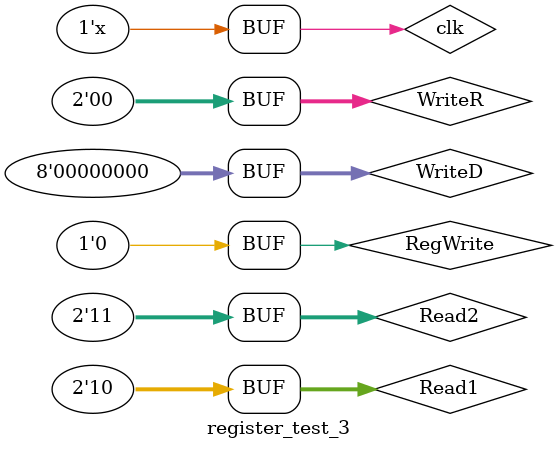
<source format=v>
`timescale 1ns / 1ps


module register_test_3;

	// Inputs
	reg clk;
	reg RegWrite;
	reg [1:0] Read1;
	reg [1:0] Read2;
	reg [1:0] WriteR;
	reg [7:0] WriteD;

	// Outputs
	wire [7:0] ReadD1;
	wire [7:0] ReadD2;

	// Instantiate the Unit Under Test (UUT)
	register uut (
		.clk(clk), 
		.RegWrite(RegWrite), 
		.Read1(Read1), 
		.Read2(Read2), 
		.WriteR(WriteR), 
		.WriteD(WriteD), 
		.ReadD1(ReadD1), 
		.ReadD2(ReadD2)
	);

	always #10 clk = ~clk;
	initial begin
		// Initialize Inputs
		clk = 0;
		RegWrite = 0;
		Read1 = 0;
		Read2 = 0;
		WriteR = 0;
		WriteD = 0;

		// Wait 100 ns for global reset to finish
		#100;
		// Add stimulus here

	   RegWrite = 1;
		Read1 = 0;
		Read2 = 0;
		WriteR = 2'b00;
		WriteD = 8'hAA;
		#100
		
		RegWrite = 1;
		Read1 = 0;
		Read2 = 0;
		WriteR = 2'b01;
		WriteD = 8'hFF;
		#100
		
		RegWrite = 1;
		Read1 = 0;
		Read2 = 0;
		WriteR = 2'b10;
		WriteD = 8'h11;
		#100
		
		RegWrite = 1;
		Read1 = 0;
		Read2 = 0;
		WriteR = 2'b11;
		WriteD = 8'hAB;
		#100
		
		RegWrite = 0;
		Read1 = 2'b00;
		Read2 = 2'b01;
		WriteR = 0;
		WriteD = 0;
		#100
		
		RegWrite = 0;
		Read1 = 2'b10;
		Read2 = 2'b11;
		WriteR = 0;
		WriteD = 0;
		

	end
      
endmodule


</source>
